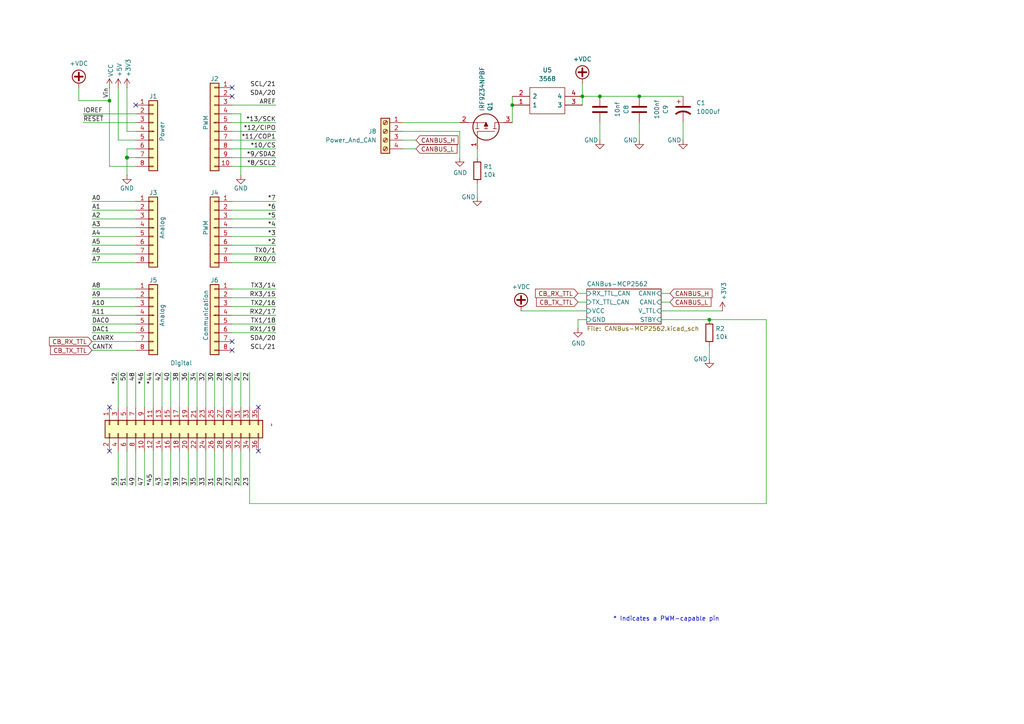
<source format=kicad_sch>
(kicad_sch (version 20250114) (generator "eeschema") (generator_version "9.0")
  (paper "A4")
  (title_block (date "mar. 31 mars 2015"))
  (lib_symbols
    (symbol "Connector:Screw_Terminal_01x04" (pin_names (offset 1.016) (hide yes))
      (property "Reference" "J" (at 0 5.08 0))
      (property "Value" "Screw_Terminal_01x04" (at 0 -7.62 0))
      (symbol "Screw_Terminal_01x04_1_1"
        (rectangle (start -1.27 3.81) (end 1.27 -6.35) (stroke (width 0.254)) (fill (type background)))
        (polyline (pts (xy -0.5334 2.8702) (xy 0.3302 2.032)) (stroke (width 0.1524)))
        (polyline (pts (xy -0.5334 0.3302) (xy 0.3302 -0.508)) (stroke (width 0.1524)))
        (polyline (pts (xy -0.5334 -2.2098) (xy 0.3302 -3.048)) (stroke (width 0.1524)))
        (polyline (pts (xy -0.5334 -4.7498) (xy 0.3302 -5.588)) (stroke (width 0.1524)))
        (polyline (pts (xy -0.3556 3.048) (xy 0.508 2.2098)) (stroke (width 0.1524)))
        (polyline (pts (xy -0.3556 0.508) (xy 0.508 -0.3302)) (stroke (width 0.1524)))
        (polyline (pts (xy -0.3556 -2.032) (xy 0.508 -2.8702)) (stroke (width 0.1524)))
        (polyline (pts (xy -0.3556 -4.572) (xy 0.508 -5.4102)) (stroke (width 0.1524)))
        (circle (center 0 2.54) (radius 0.635) (stroke (width 0.1524)))
        (circle (center 0 0) (radius 0.635) (stroke (width 0.1524)))
        (circle (center 0 -2.54) (radius 0.635) (stroke (width 0.1524)))
        (circle (center 0 -5.08) (radius 0.635) (stroke (width 0.1524)))
        (pin passive line (at -5.08 2.54 0) (length 3.81) (name "Pin_1") (number "1"))
        (pin passive line (at -5.08 0 0) (length 3.81) (name "Pin_2") (number "2"))
        (pin passive line (at -5.08 -2.54 0) (length 3.81) (name "Pin_3") (number "3"))
        (pin passive line (at -5.08 -5.08 0) (length 3.81) (name "Pin_4") (number "4"))
      )
    )
    (symbol "Connector_Generic:Conn_01x08" (pin_names (offset 1.016) (hide yes))
      (property "Reference" "J" (at 0 10.16 0))
      (property "Value" "Conn_01x08" (at 0 -12.7 0))
      (symbol "Conn_01x08_1_1"
        (rectangle (start -1.27 8.89) (end 1.27 -11.43) (stroke (width 0.254)) (fill (type background)))
        (rectangle (start -1.27 7.747) (end 0 7.493) (stroke (width 0.1524)))
        (rectangle (start -1.27 5.207) (end 0 4.953) (stroke (width 0.1524)))
        (rectangle (start -1.27 2.667) (end 0 2.413) (stroke (width 0.1524)))
        (rectangle (start -1.27 0.127) (end 0 -0.127) (stroke (width 0.1524)))
        (rectangle (start -1.27 -2.413) (end 0 -2.667) (stroke (width 0.1524)))
        (rectangle (start -1.27 -4.953) (end 0 -5.207) (stroke (width 0.1524)))
        (rectangle (start -1.27 -7.493) (end 0 -7.747) (stroke (width 0.1524)))
        (rectangle (start -1.27 -10.033) (end 0 -10.287) (stroke (width 0.1524)))
        (pin passive line (at -5.08 7.62 0) (length 3.81) (name "Pin_1") (number "1"))
        (pin passive line (at -5.08 5.08 0) (length 3.81) (name "Pin_2") (number "2"))
        (pin passive line (at -5.08 2.54 0) (length 3.81) (name "Pin_3") (number "3"))
        (pin passive line (at -5.08 0 0) (length 3.81) (name "Pin_4") (number "4"))
        (pin passive line (at -5.08 -2.54 0) (length 3.81) (name "Pin_5") (number "5"))
        (pin passive line (at -5.08 -5.08 0) (length 3.81) (name "Pin_6") (number "6"))
        (pin passive line (at -5.08 -7.62 0) (length 3.81) (name "Pin_7") (number "7"))
        (pin passive line (at -5.08 -10.16 0) (length 3.81) (name "Pin_8") (number "8"))
      )
    )
    (symbol "Connector_Generic:Conn_01x10" (pin_names (offset 1.016) (hide yes))
      (property "Reference" "J" (at 0 12.7 0))
      (property "Value" "Conn_01x10" (at 0 -15.24 0))
      (symbol "Conn_01x10_1_1"
        (rectangle (start -1.27 11.43) (end 1.27 -13.97) (stroke (width 0.254)) (fill (type background)))
        (rectangle (start -1.27 10.287) (end 0 10.033) (stroke (width 0.1524)))
        (rectangle (start -1.27 7.747) (end 0 7.493) (stroke (width 0.1524)))
        (rectangle (start -1.27 5.207) (end 0 4.953) (stroke (width 0.1524)))
        (rectangle (start -1.27 2.667) (end 0 2.413) (stroke (width 0.1524)))
        (rectangle (start -1.27 0.127) (end 0 -0.127) (stroke (width 0.1524)))
        (rectangle (start -1.27 -2.413) (end 0 -2.667) (stroke (width 0.1524)))
        (rectangle (start -1.27 -4.953) (end 0 -5.207) (stroke (width 0.1524)))
        (rectangle (start -1.27 -7.493) (end 0 -7.747) (stroke (width 0.1524)))
        (rectangle (start -1.27 -10.033) (end 0 -10.287) (stroke (width 0.1524)))
        (rectangle (start -1.27 -12.573) (end 0 -12.827) (stroke (width 0.1524)))
        (pin passive line (at -5.08 10.16 0) (length 3.81) (name "Pin_1") (number "1"))
        (pin passive line (at -5.08 7.62 0) (length 3.81) (name "Pin_2") (number "2"))
        (pin passive line (at -5.08 5.08 0) (length 3.81) (name "Pin_3") (number "3"))
        (pin passive line (at -5.08 2.54 0) (length 3.81) (name "Pin_4") (number "4"))
        (pin passive line (at -5.08 0 0) (length 3.81) (name "Pin_5") (number "5"))
        (pin passive line (at -5.08 -2.54 0) (length 3.81) (name "Pin_6") (number "6"))
        (pin passive line (at -5.08 -5.08 0) (length 3.81) (name "Pin_7") (number "7"))
        (pin passive line (at -5.08 -7.62 0) (length 3.81) (name "Pin_8") (number "8"))
        (pin passive line (at -5.08 -10.16 0) (length 3.81) (name "Pin_9") (number "9"))
        (pin passive line (at -5.08 -12.7 0) (length 3.81) (name "Pin_10") (number "10"))
      )
    )
    (symbol "Connector_Generic:Conn_02x18_Odd_Even" (pin_names (offset 1.016) (hide yes))
      (property "Reference" "J" (at 1.27 22.86 0))
      (property "Value" "Conn_02x18_Odd_Even" (at 1.27 -25.4 0))
      (symbol "Conn_02x18_Odd_Even_1_1"
        (rectangle (start -1.27 21.59) (end 3.81 -24.13) (stroke (width 0.254)) (fill (type background)))
        (rectangle (start -1.27 20.447) (end 0 20.193) (stroke (width 0.1524)))
        (rectangle (start -1.27 17.907) (end 0 17.653) (stroke (width 0.1524)))
        (rectangle (start -1.27 15.367) (end 0 15.113) (stroke (width 0.1524)))
        (rectangle (start -1.27 12.827) (end 0 12.573) (stroke (width 0.1524)))
        (rectangle (start -1.27 10.287) (end 0 10.033) (stroke (width 0.1524)))
        (rectangle (start -1.27 7.747) (end 0 7.493) (stroke (width 0.1524)))
        (rectangle (start -1.27 5.207) (end 0 4.953) (stroke (width 0.1524)))
        (rectangle (start -1.27 2.667) (end 0 2.413) (stroke (width 0.1524)))
        (rectangle (start -1.27 0.127) (end 0 -0.127) (stroke (width 0.1524)))
        (rectangle (start -1.27 -2.413) (end 0 -2.667) (stroke (width 0.1524)))
        (rectangle (start -1.27 -4.953) (end 0 -5.207) (stroke (width 0.1524)))
        (rectangle (start -1.27 -7.493) (end 0 -7.747) (stroke (width 0.1524)))
        (rectangle (start -1.27 -10.033) (end 0 -10.287) (stroke (width 0.1524)))
        (rectangle (start -1.27 -12.573) (end 0 -12.827) (stroke (width 0.1524)))
        (rectangle (start -1.27 -15.113) (end 0 -15.367) (stroke (width 0.1524)))
        (rectangle (start -1.27 -17.653) (end 0 -17.907) (stroke (width 0.1524)))
        (rectangle (start -1.27 -20.193) (end 0 -20.447) (stroke (width 0.1524)))
        (rectangle (start -1.27 -22.733) (end 0 -22.987) (stroke (width 0.1524)))
        (rectangle (start 3.81 20.447) (end 2.54 20.193) (stroke (width 0.1524)))
        (rectangle (start 3.81 17.907) (end 2.54 17.653) (stroke (width 0.1524)))
        (rectangle (start 3.81 15.367) (end 2.54 15.113) (stroke (width 0.1524)))
        (rectangle (start 3.81 12.827) (end 2.54 12.573) (stroke (width 0.1524)))
        (rectangle (start 3.81 10.287) (end 2.54 10.033) (stroke (width 0.1524)))
        (rectangle (start 3.81 7.747) (end 2.54 7.493) (stroke (width 0.1524)))
        (rectangle (start 3.81 5.207) (end 2.54 4.953) (stroke (width 0.1524)))
        (rectangle (start 3.81 2.667) (end 2.54 2.413) (stroke (width 0.1524)))
        (rectangle (start 3.81 0.127) (end 2.54 -0.127) (stroke (width 0.1524)))
        (rectangle (start 3.81 -2.413) (end 2.54 -2.667) (stroke (width 0.1524)))
        (rectangle (start 3.81 -4.953) (end 2.54 -5.207) (stroke (width 0.1524)))
        (rectangle (start 3.81 -7.493) (end 2.54 -7.747) (stroke (width 0.1524)))
        (rectangle (start 3.81 -10.033) (end 2.54 -10.287) (stroke (width 0.1524)))
        (rectangle (start 3.81 -12.573) (end 2.54 -12.827) (stroke (width 0.1524)))
        (rectangle (start 3.81 -15.113) (end 2.54 -15.367) (stroke (width 0.1524)))
        (rectangle (start 3.81 -17.653) (end 2.54 -17.907) (stroke (width 0.1524)))
        (rectangle (start 3.81 -20.193) (end 2.54 -20.447) (stroke (width 0.1524)))
        (rectangle (start 3.81 -22.733) (end 2.54 -22.987) (stroke (width 0.1524)))
        (pin passive line (at -5.08 20.32 0) (length 3.81) (name "Pin_1") (number "1"))
        (pin passive line (at -5.08 17.78 0) (length 3.81) (name "Pin_3") (number "3"))
        (pin passive line (at -5.08 15.24 0) (length 3.81) (name "Pin_5") (number "5"))
        (pin passive line (at -5.08 12.7 0) (length 3.81) (name "Pin_7") (number "7"))
        (pin passive line (at -5.08 10.16 0) (length 3.81) (name "Pin_9") (number "9"))
        (pin passive line (at -5.08 7.62 0) (length 3.81) (name "Pin_11") (number "11"))
        (pin passive line (at -5.08 5.08 0) (length 3.81) (name "Pin_13") (number "13"))
        (pin passive line (at -5.08 2.54 0) (length 3.81) (name "Pin_15") (number "15"))
        (pin passive line (at -5.08 0 0) (length 3.81) (name "Pin_17") (number "17"))
        (pin passive line (at -5.08 -2.54 0) (length 3.81) (name "Pin_19") (number "19"))
        (pin passive line (at -5.08 -5.08 0) (length 3.81) (name "Pin_21") (number "21"))
        (pin passive line (at -5.08 -7.62 0) (length 3.81) (name "Pin_23") (number "23"))
        (pin passive line (at -5.08 -10.16 0) (length 3.81) (name "Pin_25") (number "25"))
        (pin passive line (at -5.08 -12.7 0) (length 3.81) (name "Pin_27") (number "27"))
        (pin passive line (at -5.08 -15.24 0) (length 3.81) (name "Pin_29") (number "29"))
        (pin passive line (at -5.08 -17.78 0) (length 3.81) (name "Pin_31") (number "31"))
        (pin passive line (at -5.08 -20.32 0) (length 3.81) (name "Pin_33") (number "33"))
        (pin passive line (at -5.08 -22.86 0) (length 3.81) (name "Pin_35") (number "35"))
        (pin passive line (at 7.62 20.32 180) (length 3.81) (name "Pin_2") (number "2"))
        (pin passive line (at 7.62 17.78 180) (length 3.81) (name "Pin_4") (number "4"))
        (pin passive line (at 7.62 15.24 180) (length 3.81) (name "Pin_6") (number "6"))
        (pin passive line (at 7.62 12.7 180) (length 3.81) (name "Pin_8") (number "8"))
        (pin passive line (at 7.62 10.16 180) (length 3.81) (name "Pin_10") (number "10"))
        (pin passive line (at 7.62 7.62 180) (length 3.81) (name "Pin_12") (number "12"))
        (pin passive line (at 7.62 5.08 180) (length 3.81) (name "Pin_14") (number "14"))
        (pin passive line (at 7.62 2.54 180) (length 3.81) (name "Pin_16") (number "16"))
        (pin passive line (at 7.62 0 180) (length 3.81) (name "Pin_18") (number "18"))
        (pin passive line (at 7.62 -2.54 180) (length 3.81) (name "Pin_20") (number "20"))
        (pin passive line (at 7.62 -5.08 180) (length 3.81) (name "Pin_22") (number "22"))
        (pin passive line (at 7.62 -7.62 180) (length 3.81) (name "Pin_24") (number "24"))
        (pin passive line (at 7.62 -10.16 180) (length 3.81) (name "Pin_26") (number "26"))
        (pin passive line (at 7.62 -12.7 180) (length 3.81) (name "Pin_28") (number "28"))
        (pin passive line (at 7.62 -15.24 180) (length 3.81) (name "Pin_30") (number "30"))
        (pin passive line (at 7.62 -17.78 180) (length 3.81) (name "Pin_32") (number "32"))
        (pin passive line (at 7.62 -20.32 180) (length 3.81) (name "Pin_34") (number "34"))
        (pin passive line (at 7.62 -22.86 180) (length 3.81) (name "Pin_36") (number "36"))
      )
    )
    (symbol "Device:C" (pin_numbers (hide yes)) (pin_names (offset 0.254))
      (property "Reference" "C" (at 0.635 2.54 0))
      (property "Value" "C" (at 0.635 -2.54 0))
      (symbol "C_0_1"
        (polyline (pts (xy -2.032 0.762) (xy 2.032 0.762)) (stroke (width 0.508)))
        (polyline (pts (xy -2.032 -0.762) (xy 2.032 -0.762)) (stroke (width 0.508)))
      )
      (symbol "C_1_1"
        (pin passive line (at 0 3.81 270) (length 2.794) (name "~") (number "1"))
        (pin passive line (at 0 -3.81 90) (length 2.794) (name "~") (number "2"))
      )
    )
    (symbol "Device:C_Polarized_US" (pin_numbers (hide yes)) (pin_names (offset 0.254) (hide yes))
      (property "Reference" "C" (at 0.635 2.54 0))
      (property "Value" "C_Polarized_US" (at 0.635 -2.54 0))
      (symbol "C_Polarized_US_0_1"
        (polyline (pts (xy -2.032 0.762) (xy 2.032 0.762)) (stroke (width 0.508)))
        (polyline (pts (xy -1.778 2.286) (xy -0.762 2.286)))
        (polyline (pts (xy -1.27 1.778) (xy -1.27 2.794)))
        (arc (start -2.032 -1.27) (mid 0 -0.5572) (end 2.032 -1.27) (stroke (width 0.508)))
      )
      (symbol "C_Polarized_US_1_1"
        (pin passive line (at 0 3.81 270) (length 2.794) (name "~") (number "1"))
        (pin passive line (at 0 -3.81 90) (length 3.302) (name "~") (number "2"))
      )
    )
    (symbol "Device:R" (pin_numbers (hide yes)) (pin_names (offset 0))
      (property "Reference" "R" (at 2.032 0 90))
      (property "Value" "R" (at 0 0 90))
      (symbol "R_0_1"
        (rectangle (start -1.016 -2.54) (end 1.016 2.54) (stroke (width 0.254)))
      )
      (symbol "R_1_1"
        (pin passive line (at 0 3.81 270) (length 1.27) (name "~") (number "1"))
        (pin passive line (at 0 -3.81 90) (length 1.27) (name "~") (number "2"))
      )
    )
    (symbol "SamacSys_Parts:3568" (pin_names (offset 0.762))
      (property "Reference" "U" (at 16.51 7.62 0))
      (property "Value" "3568" (at 16.51 5.08 0))
      (symbol "3568_0_0"
        (pin passive line (at 0 0 0) (length 5.08) (name "2") (number "2"))
        (pin passive line (at 0 -2.54 0) (length 5.08) (name "1") (number "1"))
        (pin passive line (at 20.32 0 180) (length 5.08) (name "4") (number "4"))
        (pin passive line (at 20.32 -2.54 180) (length 5.08) (name "3") (number "3"))
      )
      (symbol "3568_0_1"
        (polyline (pts (xy 5.08 2.54) (xy 15.24 2.54) (xy 15.24 -5.08) (xy 5.08 -5.08) (xy 5.08 2.54)) (stroke (width 0.1524)))
      )
    )
    (symbol "SamacSys_Parts:IRF9Z34NPBF" (pin_names (offset 0.762))
      (property "Reference" "Q" (at 11.43 3.81 0))
      (property "Value" "IRF9Z34NPBF" (at 11.43 1.27 0))
      (symbol "IRF9Z34NPBF_0_0"
        (pin passive line (at 0 0 0) (length 2.54) (name "~") (number "1"))
        (pin passive line (at 7.62 10.16 270) (length 2.54) (name "~") (number "3"))
        (pin passive line (at 7.62 -5.08 90) (length 2.54) (name "~") (number "2"))
      )
      (symbol "IRF9Z34NPBF_0_1"
        (polyline (pts (xy 2.54 0) (xy 5.08 0) (xy 5.08 5.08)) (stroke (width 0.1524)))
        (polyline (pts (xy 5.842 5.588) (xy 5.842 4.572)) (stroke (width 0.1524)))
        (polyline (pts (xy 5.842 2.032) (xy 5.842 3.048)) (stroke (width 0.1524)))
        (polyline (pts (xy 5.842 0) (xy 7.62 0)) (stroke (width 0.1524)))
        (polyline (pts (xy 5.842 -0.508) (xy 5.842 0.508)) (stroke (width 0.1524)))
        (circle (center 6.35 2.54) (radius 3.81) (stroke (width 0.254)))
        (polyline (pts (xy 7.62 5.08) (xy 5.842 5.08)) (stroke (width 0.1524)))
        (polyline (pts (xy 7.62 5.08) (xy 7.62 7.62)) (stroke (width 0.1524)))
        (polyline (pts (xy 7.62 2.54) (xy 5.842 2.54)) (stroke (width 0.1524)))
        (polyline (pts (xy 7.62 2.54) (xy 7.62 -2.54)) (stroke (width 0.1524)))
        (polyline (pts (xy 7.62 2.54) (xy 6.604 3.048) (xy 6.604 2.032) (xy 7.62 2.54)) (stroke (width 0.254)) (fill (type outline)))
      )
    )
    (symbol "power:+3V3" (power) (pin_numbers (hide yes)) (pin_names (offset 0) (hide yes))
      (property "Value" "+3V3" (at 0 3.556 0))
      (symbol "+3V3_0_1"
        (polyline (pts (xy -0.762 1.27) (xy 0 2.54)))
        (polyline (pts (xy 0 2.54) (xy 0.762 1.27)))
        (polyline (pts (xy 0 0) (xy 0 2.54)))
      )
      (symbol "+3V3_1_1"
        (pin power_in line (at 0 0 90) (length 0) (name "~") (number "1"))
      )
    )
    (symbol "power:+5V" (power) (pin_numbers (hide yes)) (pin_names (offset 0) (hide yes))
      (property "Value" "+5V" (at 0 3.556 0))
      (symbol "+5V_0_1"
        (polyline (pts (xy -0.762 1.27) (xy 0 2.54)))
        (polyline (pts (xy 0 2.54) (xy 0.762 1.27)))
        (polyline (pts (xy 0 0) (xy 0 2.54)))
      )
      (symbol "+5V_1_1"
        (pin power_in line (at 0 0 90) (length 0) (name "~") (number "1"))
      )
    )
    (symbol "power:+VDC" (power) (pin_numbers (hide yes)) (pin_names (offset 0) (hide yes))
      (property "Value" "+VDC" (at 0 6.35 0))
      (symbol "+VDC_0_1"
        (polyline (pts (xy -1.143 3.175) (xy 1.143 3.175)) (stroke (width 0.508)))
        (circle (center 0 3.175) (radius 1.905) (stroke (width 0.254)))
        (polyline (pts (xy 0 2.032) (xy 0 4.318)) (stroke (width 0.508)))
        (polyline (pts (xy 0 0) (xy 0 1.27)))
      )
      (symbol "+VDC_1_1"
        (pin power_in line (at 0 0 90) (length 0) (name "~") (number "1"))
      )
    )
    (symbol "power:GND" (power) (pin_numbers (hide yes)) (pin_names (offset 0) (hide yes))
      (property "Value" "GND" (at 0 -3.81 0))
      (symbol "GND_0_1"
        (polyline (pts (xy 0 0) (xy 0 -1.27) (xy 1.27 -1.27) (xy 0 -2.54) (xy -1.27 -1.27) (xy 0 -1.27)))
      )
      (symbol "GND_1_1"
        (pin power_in line (at 0 0 270) (length 0) (name "~") (number "1"))
      )
    )
    (symbol "power:VCC" (power) (pin_numbers (hide yes)) (pin_names (offset 0) (hide yes))
      (property "Value" "VCC" (at 0 3.556 0))
      (symbol "VCC_0_1"
        (polyline (pts (xy -0.762 1.27) (xy 0 2.54)))
        (polyline (pts (xy 0 2.54) (xy 0.762 1.27)))
        (polyline (pts (xy 0 0) (xy 0 2.54)))
      )
      (symbol "VCC_1_1"
        (pin power_in line (at 0 0 90) (length 0) (name "~") (number "1"))
      )
    )
  )
  (text "* Indicates a PWM-capable pin" (at 177.8 180.34 0) (effects (font (size 1.27 1.27)) (justify left bottom)))
  (junction (at 148.59 30.48))
  (junction (at 36.83 45.72) (diameter 1.016))
  (junction (at 185.42 27.94))
  (junction (at 168.91 27.94))
  (junction (at 31.75 29.21))
  (junction (at 205.74 92.71))
  (junction (at 173.99 27.94))
  (no_connect (at 67.31 25.4))
  (no_connect (at 67.31 99.06))
  (no_connect (at 31.75 130.81))
  (no_connect (at 67.31 101.6))
  (no_connect (at 67.31 27.94))
  (no_connect (at 74.93 130.81))
  (no_connect (at 31.75 118.11))
  (no_connect (at 39.37 30.48))
  (no_connect (at 74.93 118.11))
  (wire (pts (xy 67.31 76.2) (xy 80.01 76.2)))
  (wire (pts (xy 26.67 76.2) (xy 39.37 76.2)))
  (wire (pts (xy 67.31 43.18) (xy 80.01 43.18)))
  (wire (pts (xy 49.53 107.95) (xy 49.53 118.11)))
  (wire (pts (xy 151.13 90.17) (xy 170.18 90.17)))
  (wire (pts (xy 52.07 107.95) (xy 52.07 118.11)))
  (wire (pts (xy 222.25 146.05) (xy 222.25 92.71)))
  (wire (pts (xy 167.64 85.09) (xy 170.18 85.09)))
  (wire (pts (xy 198.12 35.56) (xy 198.12 40.64)))
  (wire (pts (xy 67.31 88.9) (xy 80.01 88.9)))
  (wire (pts (xy 36.83 43.18) (xy 36.83 45.72)))
  (wire (pts (xy 54.61 130.81) (xy 54.61 140.97)))
  (wire (pts (xy 26.67 71.12) (xy 39.37 71.12)))
  (wire (pts (xy 167.64 87.63) (xy 170.18 87.63)))
  (wire (pts (xy 59.69 107.95) (xy 59.69 118.11)))
  (wire (pts (xy 36.83 107.95) (xy 36.83 118.11)))
  (wire (pts (xy 72.39 107.95) (xy 72.39 118.11)))
  (wire (pts (xy 36.83 45.72) (xy 36.83 50.8)))
  (wire (pts (xy 67.31 130.81) (xy 67.31 140.97)))
  (wire (pts (xy 36.83 38.1) (xy 39.37 38.1)))
  (wire (pts (xy 46.99 107.95) (xy 46.99 118.11)))
  (wire (pts (xy 34.29 40.64) (xy 39.37 40.64)))
  (wire (pts (xy 57.15 130.81) (xy 57.15 140.97)))
  (wire (pts (xy 34.29 25.4) (xy 34.29 40.64)))
  (wire (pts (xy 26.67 101.6) (xy 39.37 101.6)))
  (wire (pts (xy 41.91 130.81) (xy 41.91 140.97)))
  (wire (pts (xy 64.77 130.81) (xy 64.77 140.97)))
  (wire (pts (xy 67.31 35.56) (xy 80.01 35.56)))
  (wire (pts (xy 36.83 25.4) (xy 36.83 38.1)))
  (wire (pts (xy 67.31 58.42) (xy 80.01 58.42)))
  (wire (pts (xy 191.77 90.17) (xy 209.55 90.17)))
  (wire (pts (xy 39.37 58.42) (xy 26.67 58.42)))
  (wire (pts (xy 67.31 38.1) (xy 80.01 38.1)))
  (wire (pts (xy 39.37 99.06) (xy 26.67 99.06)))
  (wire (pts (xy 67.31 60.96) (xy 80.01 60.96)))
  (wire (pts (xy 22.86 29.21) (xy 31.75 29.21)))
  (wire (pts (xy 67.31 96.52) (xy 80.01 96.52)))
  (wire (pts (xy 116.84 38.1) (xy 133.35 38.1)))
  (wire (pts (xy 57.15 107.95) (xy 57.15 118.11)))
  (wire (pts (xy 41.91 107.95) (xy 41.91 118.11)))
  (wire (pts (xy 67.31 45.72) (xy 80.01 45.72)))
  (wire (pts (xy 64.77 107.95) (xy 64.77 118.11)))
  (wire (pts (xy 62.23 107.95) (xy 62.23 118.11)))
  (wire (pts (xy 44.45 130.81) (xy 44.45 140.97)))
  (wire (pts (xy 62.23 130.81) (xy 62.23 140.97)))
  (wire (pts (xy 39.37 130.81) (xy 39.37 140.97)))
  (wire (pts (xy 69.85 107.95) (xy 69.85 118.11)))
  (wire (pts (xy 170.18 92.71) (xy 167.64 92.71)))
  (wire (pts (xy 67.31 66.04) (xy 80.01 66.04)))
  (wire (pts (xy 168.91 27.94) (xy 173.99 27.94)))
  (wire (pts (xy 49.53 130.81) (xy 49.53 140.97)))
  (wire (pts (xy 44.45 107.95) (xy 44.45 118.11)))
  (wire (pts (xy 24.13 33.02) (xy 39.37 33.02)))
  (wire (pts (xy 22.86 25.4) (xy 22.86 29.21)))
  (wire (pts (xy 185.42 27.94) (xy 198.12 27.94)))
  (wire (pts (xy 67.31 86.36) (xy 80.01 86.36)))
  (wire (pts (xy 69.85 33.02) (xy 69.85 50.8)))
  (wire (pts (xy 191.77 92.71) (xy 205.74 92.71)))
  (wire (pts (xy 67.31 30.48) (xy 80.01 30.48)))
  (wire (pts (xy 67.31 93.98) (xy 80.01 93.98)))
  (wire (pts (xy 26.67 91.44) (xy 39.37 91.44)))
  (wire (pts (xy 39.37 63.5) (xy 26.67 63.5)))
  (wire (pts (xy 24.13 35.56) (xy 39.37 35.56)))
  (wire (pts (xy 67.31 83.82) (xy 80.01 83.82)))
  (wire (pts (xy 39.37 45.72) (xy 36.83 45.72)))
  (wire (pts (xy 191.77 87.63) (xy 194.31 87.63)))
  (wire (pts (xy 116.84 43.18) (xy 120.65 43.18)))
  (wire (pts (xy 173.99 27.94) (xy 185.42 27.94)))
  (wire (pts (xy 173.99 35.56) (xy 173.99 40.64)))
  (wire (pts (xy 39.37 48.26) (xy 31.75 48.26)))
  (wire (pts (xy 34.29 107.95) (xy 34.29 118.11)))
  (wire (pts (xy 26.67 60.96) (xy 39.37 60.96)))
  (wire (pts (xy 205.74 100.33) (xy 205.74 104.14)))
  (wire (pts (xy 36.83 130.81) (xy 36.83 140.97)))
  (wire (pts (xy 168.91 24.13) (xy 168.91 27.94)))
  (wire (pts (xy 138.43 45.72) (xy 138.43 43.18)))
  (wire (pts (xy 222.25 92.71) (xy 205.74 92.71)))
  (wire (pts (xy 59.69 130.81) (xy 59.69 140.97)))
  (wire (pts (xy 39.37 88.9) (xy 26.67 88.9)))
  (wire (pts (xy 34.29 130.81) (xy 34.29 140.97)))
  (wire (pts (xy 67.31 91.44) (xy 80.01 91.44)))
  (wire (pts (xy 67.31 33.02) (xy 69.85 33.02)))
  (wire (pts (xy 52.07 130.81) (xy 52.07 140.97)))
  (wire (pts (xy 148.59 27.94) (xy 148.59 30.48)))
  (wire (pts (xy 39.37 43.18) (xy 36.83 43.18)))
  (wire (pts (xy 26.67 96.52) (xy 39.37 96.52)))
  (wire (pts (xy 31.75 29.21) (xy 31.75 25.4)))
  (wire (pts (xy 67.31 107.95) (xy 67.31 118.11)))
  (wire (pts (xy 67.31 40.64) (xy 80.01 40.64)))
  (wire (pts (xy 54.61 107.95) (xy 54.61 118.11)))
  (wire (pts (xy 26.67 86.36) (xy 39.37 86.36)))
  (wire (pts (xy 167.64 92.71) (xy 167.64 95.25)))
  (wire (pts (xy 116.84 40.64) (xy 120.65 40.64)))
  (wire (pts (xy 67.31 63.5) (xy 80.01 63.5)))
  (wire (pts (xy 168.91 27.94) (xy 168.91 30.48)))
  (wire (pts (xy 26.67 66.04) (xy 39.37 66.04)))
  (wire (pts (xy 116.84 35.56) (xy 133.35 35.56)))
  (wire (pts (xy 39.37 107.95) (xy 39.37 118.11)))
  (wire (pts (xy 148.59 30.48) (xy 148.59 35.56)))
  (wire (pts (xy 133.35 45.72) (xy 133.35 38.1)))
  (wire (pts (xy 39.37 83.82) (xy 26.67 83.82)))
  (wire (pts (xy 72.39 146.05) (xy 222.25 146.05)))
  (wire (pts (xy 69.85 130.81) (xy 69.85 140.97)))
  (wire (pts (xy 67.31 71.12) (xy 80.01 71.12)))
  (wire (pts (xy 67.31 68.58) (xy 80.01 68.58)))
  (wire (pts (xy 191.77 85.09) (xy 194.31 85.09)))
  (wire (pts (xy 72.39 130.81) (xy 72.39 146.05)))
  (wire (pts (xy 46.99 130.81) (xy 46.99 140.97)))
  (wire (pts (xy 185.42 35.56) (xy 185.42 40.64)))
  (wire (pts (xy 67.31 73.66) (xy 80.01 73.66)))
  (wire (pts (xy 39.37 93.98) (xy 26.67 93.98)))
  (wire (pts (xy 31.75 48.26) (xy 31.75 29.21)))
  (wire (pts (xy 39.37 73.66) (xy 26.67 73.66)))
  (wire (pts (xy 39.37 68.58) (xy 26.67 68.58)))
  (wire (pts (xy 67.31 48.26) (xy 80.01 48.26)))
  (wire (pts (xy 138.43 53.34) (xy 138.43 57.15)))
  (label "A10" (at 26.67 88.9 0))
  (label "RX0{slash}0" (at 80.01 76.2 180))
  (label "CANTX" (at 26.67 101.6 0))
  (label "A2" (at 26.67 63.5 0))
  (label "RX2{slash}17" (at 80.01 91.44 180))
  (label "*4" (at 80.01 66.04 180))
  (label "SDA{slash}20" (at 80.01 99.06 180))
  (label "26" (at 67.31 107.95 270))
  (label "31" (at 62.23 140.97 90))
  (label "22" (at 72.39 107.95 270))
  (label "33" (at 59.69 140.97 90))
  (label "36" (at 54.61 107.95 270))
  (label "*2" (at 80.01 71.12 180))
  (label "TX1{slash}18" (at 80.01 93.98 180))
  (label "*44" (at 44.45 107.95 270))
  (label "A3" (at 26.67 66.04 0))
  (label "*13{slash}SCK" (at 80.01 35.56 180))
  (label "*52" (at 34.29 107.95 270))
  (label "*12{slash}CIPO" (at 80.01 38.1 180))
  (label "40" (at 49.53 107.95 270))
  (label "~{RESET}" (at 24.13 35.56 0))
  (label "35" (at 57.15 140.97 90))
  (label "*10{slash}CS" (at 80.01 43.18 180))
  (label "28" (at 64.77 107.95 270))
  (label "23" (at 72.39 140.97 90))
  (label "29" (at 64.77 140.97 90))
  (label "DAC1" (at 26.67 96.52 0))
  (label "41" (at 49.53 140.97 90))
  (label "30" (at 62.23 107.95 270))
  (label "47" (at 41.91 140.97 90))
  (label "34" (at 57.15 107.95 270))
  (label "*45" (at 44.45 140.97 90))
  (label "38" (at 52.07 107.95 270))
  (label "51" (at 36.83 140.97 90))
  (label "*7" (at 80.01 58.42 180))
  (label "SDA{slash}20" (at 80.01 27.94 180))
  (label "*8{slash}SCL2" (at 80.01 48.26 180))
  (label "A9" (at 26.67 86.36 0))
  (label "*11{slash}COP1" (at 80.01 40.64 180))
  (label "*3" (at 80.01 68.58 180))
  (label "A6" (at 26.67 73.66 0))
  (label "42" (at 46.99 107.95 270))
  (label "A1" (at 26.67 60.96 0))
  (label "53" (at 34.29 140.97 90))
  (label "TX0{slash}1" (at 80.01 73.66 180))
  (label "24" (at 69.85 107.95 270))
  (label "RX1{slash}19" (at 80.01 96.52 180))
  (label "A0" (at 26.67 58.42 0))
  (label "AREF" (at 80.01 30.48 180))
  (label "CANRX" (at 26.67 99.06 0))
  (label "39" (at 52.07 140.97 90))
  (label "A8" (at 26.67 83.82 0))
  (label "Vin" (at 31.75 25.4 270))
  (label "27" (at 67.31 140.97 90))
  (label "37" (at 54.61 140.97 90))
  (label "25" (at 69.85 140.97 90))
  (label "*6" (at 80.01 60.96 180))
  (label "*46" (at 41.91 107.95 270))
  (label "SCL{slash}21" (at 80.01 25.4 180))
  (label "*9{slash}SDA2" (at 80.01 45.72 180))
  (label "50" (at 36.83 107.95 270))
  (label "TX2{slash}16" (at 80.01 88.9 180))
  (label "*5" (at 80.01 63.5 180))
  (label "IOREF" (at 24.13 33.02 0))
  (label "A7" (at 26.67 76.2 0))
  (label "A11" (at 26.67 91.44 0))
  (label "A4" (at 26.67 68.58 0))
  (label "49" (at 39.37 140.97 90))
  (label "A5" (at 26.67 71.12 0))
  (label "RX3{slash}15" (at 80.01 86.36 180))
  (label "TX3{slash}14" (at 80.01 83.82 180))
  (label "32" (at 59.69 107.95 270))
  (label "43" (at 46.99 140.97 90))
  (label "DAC0" (at 26.67 93.98 0))
  (label "SCL{slash}21" (at 80.01 101.6 180))
  (label "48" (at 39.37 107.95 270))
  (global_label "CB_TX_TTL" (shape input) (at 26.67 101.6 180) (property "Intersheetrefs" "${INTERSHEET_REFS}" (effects (hide yes))))
  (global_label "CANBUS_L" (shape input) (at 194.31 87.63 0) (property "Intersheetrefs" "${INTERSHEET_REFS}" (effects (hide yes))))
  (global_label "CANBUS_H" (shape input) (at 194.31 85.09 0) (property "Intersheetrefs" "${INTERSHEET_REFS}" (effects (hide yes))))
  (global_label "CANBUS_H" (shape input) (at 120.65 40.64 0) (property "Intersheetrefs" "${INTERSHEET_REFS}" (effects (hide yes))))
  (global_label "CB_RX_TTL" (shape input) (at 167.64 85.09 180) (property "Intersheetrefs" "${INTERSHEET_REFS}" (effects (hide yes))))
  (global_label "CB_TX_TTL" (shape input) (at 167.64 87.63 180) (property "Intersheetrefs" "${INTERSHEET_REFS}" (effects (hide yes))))
  (global_label "CANBUS_L" (shape input) (at 120.65 43.18 0) (property "Intersheetrefs" "${INTERSHEET_REFS}" (effects (hide yes))))
  (global_label "CB_RX_TTL" (shape input) (at 26.67 99.06 180) (property "Intersheetrefs" "${INTERSHEET_REFS}" (effects (hide yes))))
  (symbol (lib_id "Connector_Generic:Conn_01x08") (at 44.45 38.1 0) (unit 1)
    (property "Reference" "J1" (at 44.45 27.94 0))
    (property "Value" "Power" (at 46.99 38.1 90))
    (property "Footprint" "Connector_PinSocket_2.54mm:PinSocket_1x08_P2.54mm_Vertical" (effects (hide yes)))
    (property "Datasheet" "~" (at 44.45 38.1 0))
    (property "Description" "Generic connector, single row, 01x08, script generated (kicad-library-utils/schlib/autogen/connector/)" (effects (hide yes)))
  )
  (symbol (lib_id "power:+3V3") (at 36.83 25.4 0) (unit 1)
    (property "Reference" "#PWR03" (effects (hide yes)))
    (property "Value" "+3V3" (at 37.211 22.352 90) (effects (justify left)))
    (property "Description" "Power symbol creates a global label with name \"+3V3\"" (effects (hide yes)))
  )
  (symbol (lib_id "power:+5V") (at 34.29 25.4 0) (unit 1)
    (property "Reference" "#PWR02" (effects (hide yes)))
    (property "Value" "+5V" (at 34.6456 22.352 90) (effects (justify left)))
    (property "Description" "Power symbol creates a global label with name \"+5V\"" (effects (hide yes)))
  )
  (symbol (lib_id "power:GND") (at 36.83 50.8 0) (unit 1)
    (property "Reference" "#PWR04" (effects (hide yes)))
    (property "Value" "GND" (at 36.83 54.61 0))
    (property "Description" "Power symbol creates a global label with name \"GND\" , ground" (effects (hide yes)))
  )
  (symbol (lib_id "Connector_Generic:Conn_01x10") (at 62.23 35.56 0) (mirror y) (unit 1)
    (property "Reference" "J2" (at 62.23 22.86 0))
    (property "Value" "PWM" (at 59.69 35.56 90))
    (property "Footprint" "Connector_PinSocket_2.54mm:PinSocket_1x10_P2.54mm_Vertical" (effects (hide yes)))
    (property "Datasheet" "~" (at 62.23 35.56 0))
    (property "Description" "Generic connector, single row, 01x10, script generated (kicad-library-utils/schlib/autogen/connector/)" (effects (hide yes)))
  )
  (symbol (lib_id "power:GND") (at 69.85 50.8 0) (unit 1)
    (property "Reference" "#PWR05" (effects (hide yes)))
    (property "Value" "GND" (at 69.85 54.61 0))
    (property "Description" "Power symbol creates a global label with name \"GND\" , ground" (effects (hide yes)))
  )
  (symbol (lib_id "Connector_Generic:Conn_01x08") (at 44.45 66.04 0) (unit 1)
    (property "Reference" "J3" (at 44.45 55.88 0))
    (property "Value" "Analog" (at 46.99 66.04 90))
    (property "Footprint" "Connector_PinSocket_2.54mm:PinSocket_1x08_P2.54mm_Vertical" (effects (hide yes)))
    (property "Datasheet" "~" (at 44.45 66.04 0))
    (property "Description" "Generic connector, single row, 01x08, script generated (kicad-library-utils/schlib/autogen/connector/)" (effects (hide yes)))
  )
  (symbol (lib_id "Connector_Generic:Conn_01x08") (at 62.23 66.04 0) (mirror y) (unit 1)
    (property "Reference" "J4" (at 62.23 55.88 0))
    (property "Value" "PWM" (at 59.69 66.04 90))
    (property "Footprint" "Connector_PinSocket_2.54mm:PinSocket_1x08_P2.54mm_Vertical" (effects (hide yes)))
    (property "Datasheet" "~" (at 62.23 66.04 0))
    (property "Description" "Generic connector, single row, 01x08, script generated (kicad-library-utils/schlib/autogen/connector/)" (effects (hide yes)))
  )
  (symbol (lib_id "Connector_Generic:Conn_01x08") (at 44.45 91.44 0) (unit 1)
    (property "Reference" "J5" (at 44.45 81.28 0))
    (property "Value" "Analog" (at 46.99 91.44 90))
    (property "Footprint" "Connector_PinSocket_2.54mm:PinSocket_1x08_P2.54mm_Vertical" (effects (hide yes)))
    (property "Datasheet" "~" (at 44.45 91.44 0))
    (property "Description" "Generic connector, single row, 01x08, script generated (kicad-library-utils/schlib/autogen/connector/)" (effects (hide yes)))
  )
  (symbol (lib_id "Connector_Generic:Conn_01x08") (at 62.23 91.44 0) (mirror y) (unit 1)
    (property "Reference" "J6" (at 62.23 81.28 0))
    (property "Value" "Communication" (at 59.69 91.44 90))
    (property "Footprint" "Connector_PinSocket_2.54mm:PinSocket_1x08_P2.54mm_Vertical" (effects (hide yes)))
    (property "Datasheet" "~" (at 62.23 91.44 0))
    (property "Description" "Generic connector, single row, 01x08, script generated (kicad-library-utils/schlib/autogen/connector/)" (effects (hide yes)))
  )
  (symbol (lib_id "Connector_Generic:Conn_02x18_Odd_Even") (at 52.07 123.19 90) (mirror x) (unit 1)
    (property "Reference" "J7" (effects (hide yes)))
    (property "Value" "Digital" (at 52.578 105.283 90))
    (property "Footprint" "Connector_PinSocket_2.54mm:PinSocket_2x18_P2.54mm_Vertical" (effects (hide yes)))
    (property "Datasheet" "~" (at 78.74 123.19 0))
    (property "Description" "Generic connector, double row, 02x18, odd/even pin numbering scheme (row 1 odd numbers, row 2 even numbers), script generated (kicad-library-utils/schlib/autogen/connector/)" (effects (hide yes)))
  )
  (symbol (lib_id "power:+3V3") (at 209.55 90.17 0) (unit 1)
    (property "Reference" "#PWR08" (effects (hide yes)))
    (property "Value" "+3V3" (at 209.931 87.122 90) (effects (justify left)))
    (property "Description" "Power symbol creates a global label with name \"+3V3\"" (effects (hide yes)))
  )
  (symbol (lib_id "Connector:Screw_Terminal_01x04") (at 111.76 38.1 0) (mirror y) (unit 1)
    (property "Reference" "J8" (at 109.22 38.0999 0) (effects (justify left)))
    (property "Value" "Power_And_CAN" (at 109.22 40.6399 0) (effects (justify left)))
    (property "Footprint" "TerminalBlock_Phoenix:TerminalBlock_Phoenix_MPT-0,5-4-2.54_1x04_P2.54mm_Horizontal" (effects (hide yes)))
    (property "Description" "Generic screw terminal, single row, 01x04, script generated (kicad-library-utils/schlib/autogen/connector/)" (effects (hide yes)))
  )
  (symbol (lib_id "Device:C") (at 173.99 31.75 0) (unit 1)
    (property "Reference" "C8" (at 181.61 31.75 90))
    (property "Value" "10nf" (at 179.07 31.75 90))
    (property "Footprint" "Capacitor_SMD:C_1206_3216Metric_Pad1.33x1.80mm_HandSolder" (effects (hide yes)))
    (property "Description" "Unpolarized capacitor" (effects (hide yes)))
  )
  (symbol (lib_id "SamacSys_Parts:IRF9Z34NPBF") (at 138.43 43.18 270) (mirror x) (unit 1)
    (property "Reference" "Q1" (at 142.1384 32.258 0) (effects (justify left)))
    (property "Value" "IRF9Z34NPBF" (at 139.827 32.258 0) (effects (justify left)))
    (property "Footprint" "TO254P469X1042X1967-3P" (effects (hide yes)))
    (property "Datasheet" "https://www.infineon.com/dgdl/irf9z34npbf.pdf?fileId=5546d462533600a40153561220af1ddd" (effects (hide yes)))
    (property "Description" "MOSFET MOSFT PCh -55V -17A 100mOhm 23.3nC" (effects (hide yes)))
    (property "Height" "4.69" (effects (hide yes)))
    (property "Mouser Part Number" "942-IRF9Z34NPBF" (effects (hide yes)))
    (property "Mouser Price/Stock" "https://www.mouser.co.uk/ProductDetail/Infineon-Technologies/IRF9Z34NPBF?qs=9%252BKlkBgLFf16a%2FvlD%252BMCtQ%3D%3D" (effects (hide yes)))
    (property "Manufacturer_Name" "Infineon" (effects (hide yes)))
    (property "Manufacturer_Part_Number" "IRF9Z34NPBF" (effects (hide yes)))
  )
  (symbol (lib_id "power:GND") (at 198.12 40.64 0) (unit 1)
    (property "Reference" "#PWR018" (effects (hide yes)))
    (property "Value" "GND" (at 195.58 40.64 0))
    (property "Description" "Power symbol creates a global label with name \"GND\" , ground" (effects (hide yes)))
  )
  (symbol (lib_id "power:VCC") (at 31.75 25.4 0) (unit 1)
    (property "Reference" "#PWR01" (effects (hide yes)))
    (property "Value" "VCC" (at 32.131 22.352 90) (effects (justify left)))
    (property "Description" "Power symbol creates a global label with name \"VCC\"" (effects (hide yes)))
  )
  (symbol (lib_id "power:GND") (at 205.74 104.14 0) (unit 1)
    (property "Reference" "#PWR019" (effects (hide yes)))
    (property "Value" "GND" (at 203.2 104.14 0))
    (property "Description" "Power symbol creates a global label with name \"GND\" , ground" (effects (hide yes)))
  )
  (symbol (lib_id "power:+VDC") (at 22.86 25.4 0) (unit 1)
    (property "Reference" "#PWR015" (effects (hide yes)))
    (property "Value" "+VDC" (at 22.86 18.415 0))
    (property "Description" "Power symbol creates a global label with name \"+VDC\"" (effects (hide yes)))
  )
  (symbol (lib_id "power:GND") (at 167.64 95.25 0) (unit 1)
    (property "Reference" "#PWR09" (effects (hide yes)))
    (property "Value" "GND" (at 167.7543 99.5744 0))
    (property "Description" "Power symbol creates a global label with name \"GND\" , ground" (effects (hide yes)))
  )
  (symbol (lib_id "Device:R") (at 138.43 49.53 0) (unit 1)
    (property "Reference" "R1" (at 140.208 48.3616 0) (effects (justify left)))
    (property "Value" "10k" (at 140.208 50.673 0) (effects (justify left)))
    (property "Footprint" "Resistor_SMD:R_1206_3216Metric_Pad1.30x1.75mm_HandSolder" (effects (hide yes)))
    (property "Description" "Resistor" (effects (hide yes)))
  )
  (symbol (lib_id "Device:R") (at 205.74 96.52 0) (unit 1)
    (property "Reference" "R2" (at 207.518 95.3516 0) (effects (justify left)))
    (property "Value" "10k" (at 207.518 97.663 0) (effects (justify left)))
    (property "Footprint" "Resistor_SMD:R_1206_3216Metric_Pad1.30x1.75mm_HandSolder" (effects (hide yes)))
    (property "Description" "Resistor" (effects (hide yes)))
  )
  (symbol (lib_id "power:GND") (at 185.42 40.64 0) (unit 1)
    (property "Reference" "#PWR017" (effects (hide yes)))
    (property "Value" "GND" (at 182.88 40.64 0))
    (property "Description" "Power symbol creates a global label with name \"GND\" , ground" (effects (hide yes)))
  )
  (symbol (lib_id "power:+VDC") (at 151.13 90.17 0) (unit 1)
    (property "Reference" "#PWR014" (effects (hide yes)))
    (property "Value" "+VDC" (at 151.13 83.185 0))
    (property "Description" "Power symbol creates a global label with name \"+VDC\"" (effects (hide yes)))
  )
  (symbol (lib_id "Device:C") (at 185.42 31.75 0) (unit 1)
    (property "Reference" "C9" (at 193.04 31.75 90))
    (property "Value" "100nf" (at 190.5 31.75 90))
    (property "Footprint" "Capacitor_SMD:C_1206_3216Metric_Pad1.33x1.80mm_HandSolder" (effects (hide yes)))
    (property "Description" "Unpolarized capacitor" (effects (hide yes)))
  )
  (symbol (lib_id "power:GND") (at 138.43 57.15 0) (unit 1)
    (property "Reference" "#PWR012" (effects (hide yes)))
    (property "Value" "GND" (at 135.89 57.15 0))
    (property "Description" "Power symbol creates a global label with name \"GND\" , ground" (effects (hide yes)))
  )
  (symbol (lib_id "Device:C_Polarized_US") (at 198.12 31.75 0) (unit 1)
    (property "Reference" "C1" (at 201.93 29.8449 0) (effects (justify left)))
    (property "Value" "1000uf" (at 201.93 32.3849 0) (effects (justify left)))
    (property "Footprint" "Capacitor_THT:CP_Radial_D10.0mm_P5.00mm" (effects (hide yes)))
    (property "Description" "Polarized capacitor, US symbol" (effects (hide yes)))
  )
  (symbol (lib_id "power:GND") (at 173.99 40.64 0) (unit 1)
    (property "Reference" "#PWR016" (effects (hide yes)))
    (property "Value" "GND" (at 171.45 40.64 0))
    (property "Description" "Power symbol creates a global label with name \"GND\" , ground" (effects (hide yes)))
  )
  (symbol (lib_id "power:+VDC") (at 168.91 24.13 0) (unit 1)
    (property "Reference" "#PWR013" (effects (hide yes)))
    (property "Value" "+VDC" (at 168.91 17.145 0))
    (property "Description" "Power symbol creates a global label with name \"+VDC\"" (effects (hide yes)))
  )
  (symbol (lib_id "power:GND") (at 133.35 45.72 0) (unit 1)
    (property "Reference" "#PWR011" (effects (hide yes)))
    (property "Value" "GND" (at 133.477 50.1142 0))
    (property "Description" "Power symbol creates a global label with name \"GND\" , ground" (effects (hide yes)))
  )
  (symbol (lib_id "SamacSys_Parts:3568") (at 148.59 27.94 0) (unit 1)
    (property "Reference" "U5" (at 158.75 20.32 0))
    (property "Value" "3568" (at 158.75 22.86 0))
    (property "Footprint" "3568" (effects (hide yes)))
    (property "Description" "Fuse Holder 30A 500V 1 Circuit Blade Through Hole" (effects (hide yes)))
    (property "Height" "7.5" (effects (hide yes)))
    (property "Mouser Part Number" "534-3568" (effects (hide yes)))
    (property "Mouser Price/Stock" "https://www.mouser.co.uk/ProductDetail/Keystone-Electronics/3568?qs=fP5bVVCrK%2Fd7nbA%2FPpwnKw%3D%3D" (effects (hide yes)))
    (property "Manufacturer_Name" "Keystone Electronics" (effects (hide yes)))
    (property "Manufacturer_Part_Number" "3568" (effects (hide yes)))
  )
  (sheet (at 170.18 83.82) (size 21.59 10.16) (stroke (width 0.1524))
    (property "Sheetname" "CANBus-MCP2562" (at 170.18 83.1084 0) (effects (justify left bottom)))
    (property "Sheetfile" "CANBus-MCP2562.kicad_sch" (at 170.18 94.5646 0) (effects (justify left top)))
    (pin "CANH" input (at 191.77 85.09 0))
    (pin "CANL" input (at 191.77 87.63 0))
    (pin "GND" input (at 170.18 92.71 180))
    (pin "RX_TTL_CAN" input (at 170.18 85.09 180))
    (pin "TX_TTL_CAN" input (at 170.18 87.63 180))
    (pin "VCC" input (at 170.18 90.17 180))
    (pin "V_TTL" input (at 191.77 90.17 0))
    (pin "STBY" input (at 191.77 92.71 0))
  )
)
</source>
